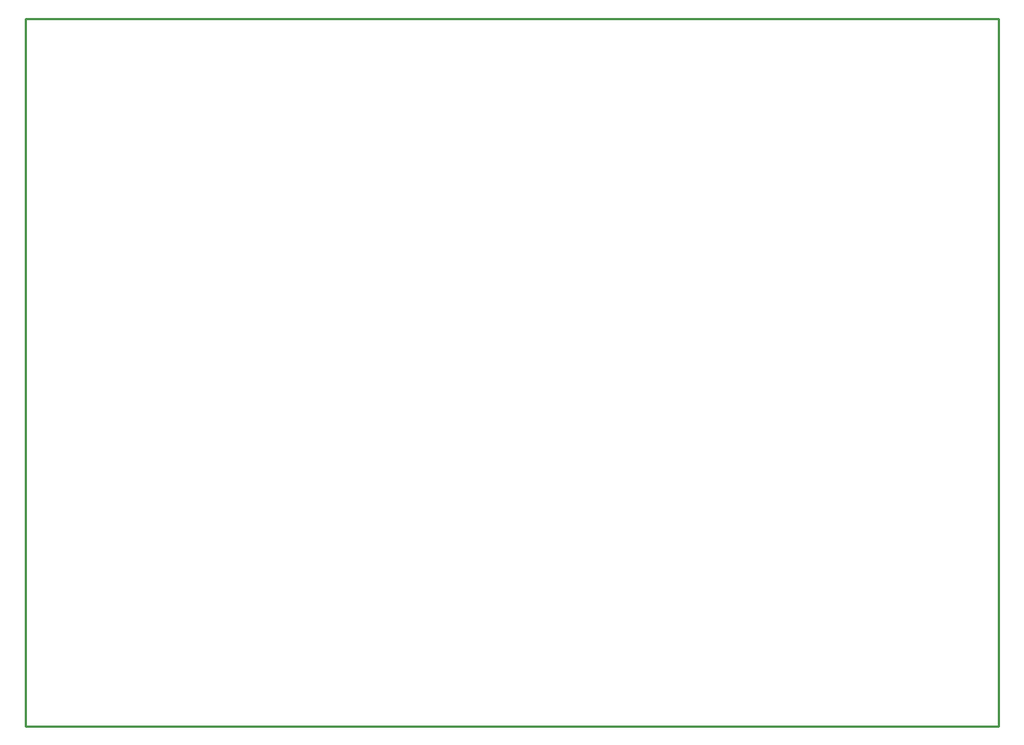
<source format=gko>
G04*
G04 #@! TF.GenerationSoftware,Altium Limited,Altium Designer,18.1.6 (161)*
G04*
G04 Layer_Color=16711935*
%FSLAX25Y25*%
%MOIN*%
G70*
G01*
G75*
%ADD11C,0.01000*%
D11*
X0Y0D02*
Y314929D01*
X32Y0D02*
Y39370D01*
Y314961D02*
X433071D01*
X32Y0D02*
X433071D01*
X433071Y314961D02*
X433071Y0D01*
M02*

</source>
